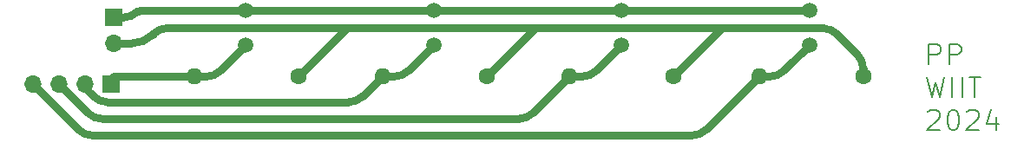
<source format=gbr>
%TF.GenerationSoftware,KiCad,Pcbnew,8.0.1*%
%TF.CreationDate,2024-04-07T11:58:53+02:00*%
%TF.ProjectId,Photoresistor-array,50686f74-6f72-4657-9369-73746f722d61,rev?*%
%TF.SameCoordinates,Original*%
%TF.FileFunction,Copper,L1,Top*%
%TF.FilePolarity,Positive*%
%FSLAX46Y46*%
G04 Gerber Fmt 4.6, Leading zero omitted, Abs format (unit mm)*
G04 Created by KiCad (PCBNEW 8.0.1) date 2024-04-07 11:58:53*
%MOMM*%
%LPD*%
G01*
G04 APERTURE LIST*
%ADD10C,0.150000*%
%TA.AperFunction,NonConductor*%
%ADD11C,0.150000*%
%TD*%
%TA.AperFunction,ComponentPad*%
%ADD12C,1.600000*%
%TD*%
%TA.AperFunction,ComponentPad*%
%ADD13O,1.600000X1.600000*%
%TD*%
%TA.AperFunction,ComponentPad*%
%ADD14C,1.500000*%
%TD*%
%TA.AperFunction,ComponentPad*%
%ADD15R,1.700000X1.700000*%
%TD*%
%TA.AperFunction,ComponentPad*%
%ADD16O,1.700000X1.700000*%
%TD*%
%TA.AperFunction,Conductor*%
%ADD17C,0.800000*%
%TD*%
G04 APERTURE END LIST*
D10*
D11*
X175824874Y-56807662D02*
X175824874Y-54807662D01*
X175824874Y-54807662D02*
X176586779Y-54807662D01*
X176586779Y-54807662D02*
X176777255Y-54902900D01*
X176777255Y-54902900D02*
X176872493Y-54998138D01*
X176872493Y-54998138D02*
X176967731Y-55188614D01*
X176967731Y-55188614D02*
X176967731Y-55474328D01*
X176967731Y-55474328D02*
X176872493Y-55664804D01*
X176872493Y-55664804D02*
X176777255Y-55760043D01*
X176777255Y-55760043D02*
X176586779Y-55855281D01*
X176586779Y-55855281D02*
X175824874Y-55855281D01*
X177824874Y-56807662D02*
X177824874Y-54807662D01*
X177824874Y-54807662D02*
X178586779Y-54807662D01*
X178586779Y-54807662D02*
X178777255Y-54902900D01*
X178777255Y-54902900D02*
X178872493Y-54998138D01*
X178872493Y-54998138D02*
X178967731Y-55188614D01*
X178967731Y-55188614D02*
X178967731Y-55474328D01*
X178967731Y-55474328D02*
X178872493Y-55664804D01*
X178872493Y-55664804D02*
X178777255Y-55760043D01*
X178777255Y-55760043D02*
X178586779Y-55855281D01*
X178586779Y-55855281D02*
X177824874Y-55855281D01*
X175634398Y-58027550D02*
X176110588Y-60027550D01*
X176110588Y-60027550D02*
X176491541Y-58598978D01*
X176491541Y-58598978D02*
X176872493Y-60027550D01*
X176872493Y-60027550D02*
X177348684Y-58027550D01*
X178110588Y-60027550D02*
X178110588Y-58027550D01*
X179062969Y-60027550D02*
X179062969Y-58027550D01*
X179729636Y-58027550D02*
X180872493Y-58027550D01*
X180301064Y-60027550D02*
X180301064Y-58027550D01*
X175729636Y-61437914D02*
X175824874Y-61342676D01*
X175824874Y-61342676D02*
X176015350Y-61247438D01*
X176015350Y-61247438D02*
X176491541Y-61247438D01*
X176491541Y-61247438D02*
X176682017Y-61342676D01*
X176682017Y-61342676D02*
X176777255Y-61437914D01*
X176777255Y-61437914D02*
X176872493Y-61628390D01*
X176872493Y-61628390D02*
X176872493Y-61818866D01*
X176872493Y-61818866D02*
X176777255Y-62104580D01*
X176777255Y-62104580D02*
X175634398Y-63247438D01*
X175634398Y-63247438D02*
X176872493Y-63247438D01*
X178110588Y-61247438D02*
X178301065Y-61247438D01*
X178301065Y-61247438D02*
X178491541Y-61342676D01*
X178491541Y-61342676D02*
X178586779Y-61437914D01*
X178586779Y-61437914D02*
X178682017Y-61628390D01*
X178682017Y-61628390D02*
X178777255Y-62009342D01*
X178777255Y-62009342D02*
X178777255Y-62485533D01*
X178777255Y-62485533D02*
X178682017Y-62866485D01*
X178682017Y-62866485D02*
X178586779Y-63056961D01*
X178586779Y-63056961D02*
X178491541Y-63152200D01*
X178491541Y-63152200D02*
X178301065Y-63247438D01*
X178301065Y-63247438D02*
X178110588Y-63247438D01*
X178110588Y-63247438D02*
X177920112Y-63152200D01*
X177920112Y-63152200D02*
X177824874Y-63056961D01*
X177824874Y-63056961D02*
X177729636Y-62866485D01*
X177729636Y-62866485D02*
X177634398Y-62485533D01*
X177634398Y-62485533D02*
X177634398Y-62009342D01*
X177634398Y-62009342D02*
X177729636Y-61628390D01*
X177729636Y-61628390D02*
X177824874Y-61437914D01*
X177824874Y-61437914D02*
X177920112Y-61342676D01*
X177920112Y-61342676D02*
X178110588Y-61247438D01*
X179539160Y-61437914D02*
X179634398Y-61342676D01*
X179634398Y-61342676D02*
X179824874Y-61247438D01*
X179824874Y-61247438D02*
X180301065Y-61247438D01*
X180301065Y-61247438D02*
X180491541Y-61342676D01*
X180491541Y-61342676D02*
X180586779Y-61437914D01*
X180586779Y-61437914D02*
X180682017Y-61628390D01*
X180682017Y-61628390D02*
X180682017Y-61818866D01*
X180682017Y-61818866D02*
X180586779Y-62104580D01*
X180586779Y-62104580D02*
X179443922Y-63247438D01*
X179443922Y-63247438D02*
X180682017Y-63247438D01*
X182396303Y-61914104D02*
X182396303Y-63247438D01*
X181920112Y-61152200D02*
X181443922Y-62580771D01*
X181443922Y-62580771D02*
X182682017Y-62580771D01*
D12*
%TO.P,R4,1*%
%TO.N,GND*%
X169410000Y-58000000D03*
D13*
%TO.P,R4,2*%
%TO.N,PH3*%
X159250000Y-58000000D03*
%TD*%
D14*
%TO.P,R5,1*%
%TO.N,PH0*%
X109175000Y-54950000D03*
%TO.P,R5,2*%
%TO.N,+5V*%
X109175000Y-51550000D03*
%TD*%
D12*
%TO.P,R1,1*%
%TO.N,GND*%
X114330000Y-58000000D03*
D13*
%TO.P,R1,2*%
%TO.N,PH0*%
X104170000Y-58000000D03*
%TD*%
D14*
%TO.P,R8,1*%
%TO.N,PH3*%
X164150000Y-54950000D03*
%TO.P,R8,2*%
%TO.N,+5V*%
X164150000Y-51550000D03*
%TD*%
D12*
%TO.P,R2,1*%
%TO.N,GND*%
X132660000Y-58000000D03*
D13*
%TO.P,R2,2*%
%TO.N,PH1*%
X122500000Y-58000000D03*
%TD*%
D12*
%TO.P,R3,1*%
%TO.N,GND*%
X150910000Y-58000000D03*
D13*
%TO.P,R3,2*%
%TO.N,PH2*%
X140750000Y-58000000D03*
%TD*%
D14*
%TO.P,R6,1*%
%TO.N,PH1*%
X127500000Y-54950000D03*
%TO.P,R6,2*%
%TO.N,+5V*%
X127500000Y-51550000D03*
%TD*%
%TO.P,R7,1*%
%TO.N,PH2*%
X145825000Y-54950000D03*
%TO.P,R7,2*%
%TO.N,+5V*%
X145825000Y-51550000D03*
%TD*%
D15*
%TO.P,J1,1,Pin_1*%
%TO.N,PH0*%
X96040000Y-58750000D03*
D16*
%TO.P,J1,2,Pin_2*%
%TO.N,PH1*%
X93500000Y-58750000D03*
%TO.P,J1,3,Pin_3*%
%TO.N,PH2*%
X90960000Y-58750000D03*
%TO.P,J1,4,Pin_4*%
%TO.N,PH3*%
X88420000Y-58750000D03*
%TD*%
D15*
%TO.P,J2,1,Pin_1*%
%TO.N,+5V*%
X96250000Y-52225000D03*
D16*
%TO.P,J2,2,Pin_2*%
%TO.N,GND*%
X96250000Y-54765000D03*
%TD*%
D17*
%TO.N,PH0*%
X104170000Y-58000000D02*
X105296573Y-58000000D01*
X104170000Y-58000000D02*
X96290000Y-58000000D01*
X106710787Y-57414213D02*
X109175000Y-54950000D01*
X96290000Y-58000000D02*
X95790000Y-58500000D01*
X105296573Y-58000000D02*
G75*
G03*
X106710801Y-57414227I27J2000000D01*
G01*
%TO.N,PH1*%
X95718427Y-60500000D02*
X119171573Y-60500000D01*
X120585787Y-59914213D02*
X122500000Y-58000000D01*
X122500000Y-58000000D02*
X123621573Y-58000000D01*
X93250000Y-58500000D02*
X93250000Y-58860000D01*
X125035787Y-57414213D02*
X127500000Y-54950000D01*
X93250000Y-58860000D02*
X94304214Y-59914214D01*
X95718427Y-60500000D02*
G75*
G02*
X94304200Y-59914228I-27J2000000D01*
G01*
X123621573Y-58000000D02*
G75*
G03*
X125035801Y-57414227I27J2000000D01*
G01*
X119171573Y-60500000D02*
G75*
G03*
X120585801Y-59914227I27J2000000D01*
G01*
%TO.N,PH2*%
X140750000Y-58000000D02*
X141946573Y-58000000D01*
X90710000Y-58500000D02*
X93749214Y-61539214D01*
X95163427Y-62125000D02*
X135796573Y-62125000D01*
X137210787Y-61539213D02*
X140750000Y-58000000D01*
X143360787Y-57414213D02*
X145825000Y-54950000D01*
X93749215Y-61539213D02*
G75*
G03*
X95163427Y-62124980I1414185J1414213D01*
G01*
X141946573Y-58000000D02*
G75*
G03*
X143360801Y-57414227I27J2000000D01*
G01*
X135796573Y-62125000D02*
G75*
G03*
X137210801Y-61539227I27J2000000D01*
G01*
%TO.N,PH3*%
X88170000Y-58500000D02*
X92834214Y-63164214D01*
X161685787Y-57414213D02*
X164150000Y-54950000D01*
X159250000Y-58000000D02*
X160271573Y-58000000D01*
X154085787Y-63164213D02*
X159250000Y-58000000D01*
X94248427Y-63750000D02*
X152671573Y-63750000D01*
X154085786Y-63164212D02*
G75*
G02*
X152671573Y-63749980I-1414186J1414212D01*
G01*
X161685786Y-57414212D02*
G75*
G02*
X160271573Y-57999980I-1414186J1414212D01*
G01*
X92834215Y-63164213D02*
G75*
G03*
X94248427Y-63749980I1414185J1414213D01*
G01*
%TO.N,+5V*%
X98610787Y-51639213D02*
X98710787Y-51639213D01*
X98800000Y-51550000D02*
X109175000Y-51550000D01*
X98710787Y-51639213D02*
X98800000Y-51550000D01*
X109175000Y-51550000D02*
X164150000Y-51550000D01*
X96000000Y-52225000D02*
X97196573Y-52225000D01*
X98610786Y-51639212D02*
G75*
G02*
X97196573Y-52224980I-1414186J1414212D01*
G01*
%TO.N,GND*%
X119000000Y-53330000D02*
X119000000Y-53250000D01*
X166835787Y-53835787D02*
X168824214Y-55824214D01*
X132660000Y-58000000D02*
X137250000Y-53410000D01*
X156000000Y-53250000D02*
X165421573Y-53250000D01*
X96000000Y-54765000D02*
X97992359Y-54765000D01*
X137250000Y-53410000D02*
X137250000Y-53250000D01*
X137250000Y-53250000D02*
X156000000Y-53250000D01*
X169410000Y-57238427D02*
X169410000Y-58000000D01*
X155660000Y-53250000D02*
X156000000Y-53250000D01*
X100113680Y-53886320D02*
X100164214Y-53835786D01*
X114330000Y-58000000D02*
X119000000Y-53330000D01*
X119000000Y-53250000D02*
X137250000Y-53250000D01*
X101578427Y-53250000D02*
X119000000Y-53250000D01*
X150910000Y-58000000D02*
X155660000Y-53250000D01*
X97992359Y-54765000D02*
G75*
G03*
X100113700Y-53886340I41J3000000D01*
G01*
X100164215Y-53835787D02*
G75*
G02*
X101578427Y-53250020I1414185J-1414213D01*
G01*
X166835786Y-53835788D02*
G75*
G03*
X165421573Y-53250020I-1414186J-1414212D01*
G01*
X168824213Y-55824215D02*
G75*
G02*
X169409980Y-57238427I-1414213J-1414185D01*
G01*
%TD*%
M02*

</source>
